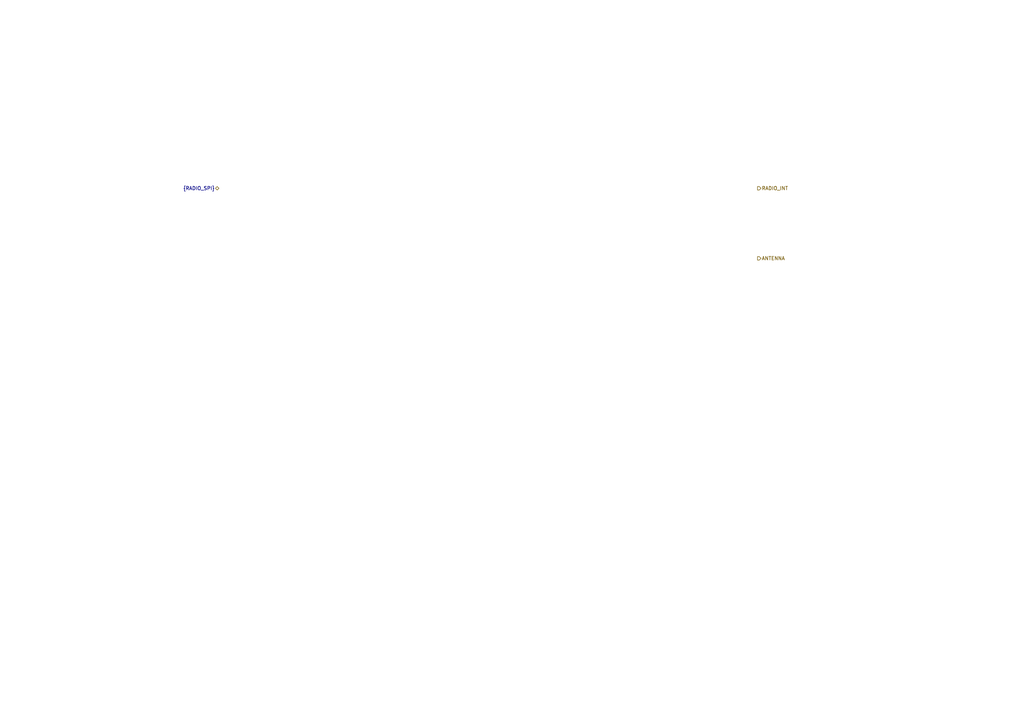
<source format=kicad_sch>
(kicad_sch
	(version 20250114)
	(generator "eeschema")
	(generator_version "9.0")
	(uuid "309a4b48-7785-41a6-b9d3-496b4c07ee3c")
	(paper "A4")
	(lib_symbols)
	(hierarchical_label "{RADIO_SPI}"
		(shape bidirectional)
		(at 63.5 54.61 180)
		(effects
			(font
				(size 1.016 1.016)
			)
			(justify right)
		)
		(uuid "35e05897-9bf8-4558-afa6-4c921dfc6b87")
	)
	(hierarchical_label "ANTENNA"
		(shape output)
		(at 219.71 74.93 0)
		(effects
			(font
				(size 1.016 1.016)
			)
			(justify left)
		)
		(uuid "4dfcc105-ddbf-4d2b-a891-f0891002959c")
	)
	(hierarchical_label "RADIO_INT"
		(shape output)
		(at 219.71 54.61 0)
		(effects
			(font
				(size 1.016 1.016)
			)
			(justify left)
		)
		(uuid "af7f543b-ca82-413d-b274-b78238410dbb")
	)
)

</source>
